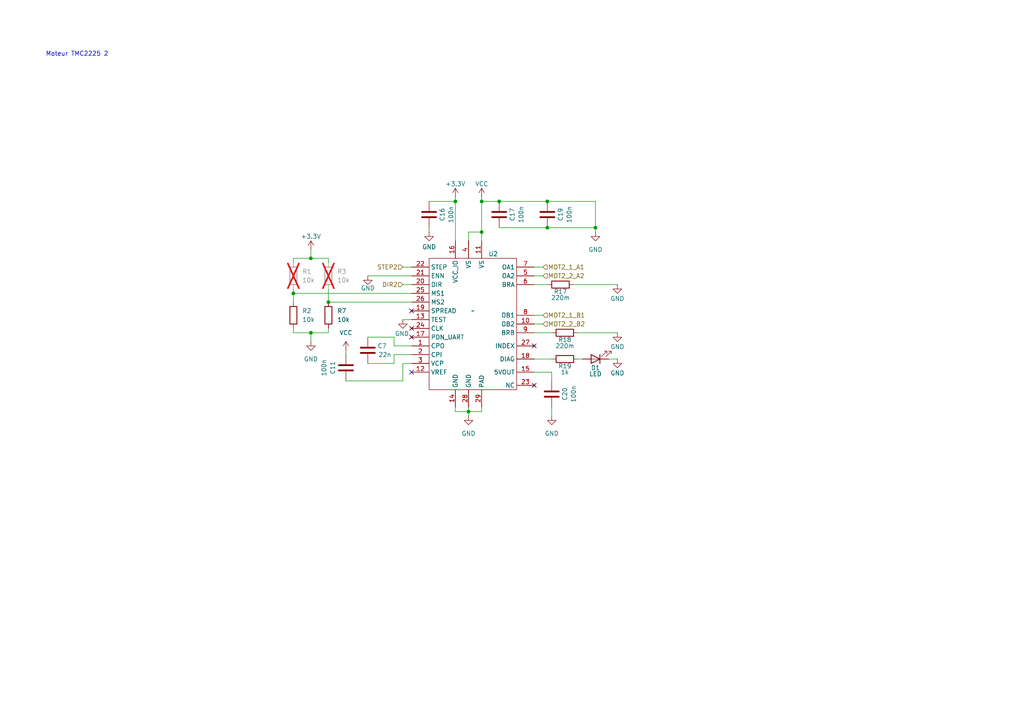
<source format=kicad_sch>
(kicad_sch
	(version 20250114)
	(generator "eeschema")
	(generator_version "9.0")
	(uuid "c18c9a1c-80d9-494e-9bd4-49eb3e76d9cc")
	(paper "A4")
	(lib_symbols
		(symbol "Device:C"
			(pin_numbers
				(hide yes)
			)
			(pin_names
				(offset 0.254)
			)
			(exclude_from_sim no)
			(in_bom yes)
			(on_board yes)
			(property "Reference" "C"
				(at 0.635 2.54 0)
				(effects
					(font
						(size 1.27 1.27)
					)
					(justify left)
				)
			)
			(property "Value" "C"
				(at 0.635 -2.54 0)
				(effects
					(font
						(size 1.27 1.27)
					)
					(justify left)
				)
			)
			(property "Footprint" ""
				(at 0.9652 -3.81 0)
				(effects
					(font
						(size 1.27 1.27)
					)
					(hide yes)
				)
			)
			(property "Datasheet" "~"
				(at 0 0 0)
				(effects
					(font
						(size 1.27 1.27)
					)
					(hide yes)
				)
			)
			(property "Description" "Unpolarized capacitor"
				(at 0 0 0)
				(effects
					(font
						(size 1.27 1.27)
					)
					(hide yes)
				)
			)
			(property "ki_keywords" "cap capacitor"
				(at 0 0 0)
				(effects
					(font
						(size 1.27 1.27)
					)
					(hide yes)
				)
			)
			(property "ki_fp_filters" "C_*"
				(at 0 0 0)
				(effects
					(font
						(size 1.27 1.27)
					)
					(hide yes)
				)
			)
			(symbol "C_0_1"
				(polyline
					(pts
						(xy -2.032 0.762) (xy 2.032 0.762)
					)
					(stroke
						(width 0.508)
						(type default)
					)
					(fill
						(type none)
					)
				)
				(polyline
					(pts
						(xy -2.032 -0.762) (xy 2.032 -0.762)
					)
					(stroke
						(width 0.508)
						(type default)
					)
					(fill
						(type none)
					)
				)
			)
			(symbol "C_1_1"
				(pin passive line
					(at 0 3.81 270)
					(length 2.794)
					(name "~"
						(effects
							(font
								(size 1.27 1.27)
							)
						)
					)
					(number "1"
						(effects
							(font
								(size 1.27 1.27)
							)
						)
					)
				)
				(pin passive line
					(at 0 -3.81 90)
					(length 2.794)
					(name "~"
						(effects
							(font
								(size 1.27 1.27)
							)
						)
					)
					(number "2"
						(effects
							(font
								(size 1.27 1.27)
							)
						)
					)
				)
			)
			(embedded_fonts no)
		)
		(symbol "Device:LED"
			(pin_numbers
				(hide yes)
			)
			(pin_names
				(offset 1.016)
				(hide yes)
			)
			(exclude_from_sim no)
			(in_bom yes)
			(on_board yes)
			(property "Reference" "D"
				(at 0 2.54 0)
				(effects
					(font
						(size 1.27 1.27)
					)
				)
			)
			(property "Value" "LED"
				(at 0 -2.54 0)
				(effects
					(font
						(size 1.27 1.27)
					)
				)
			)
			(property "Footprint" ""
				(at 0 0 0)
				(effects
					(font
						(size 1.27 1.27)
					)
					(hide yes)
				)
			)
			(property "Datasheet" "~"
				(at 0 0 0)
				(effects
					(font
						(size 1.27 1.27)
					)
					(hide yes)
				)
			)
			(property "Description" "Light emitting diode"
				(at 0 0 0)
				(effects
					(font
						(size 1.27 1.27)
					)
					(hide yes)
				)
			)
			(property "Sim.Pins" "1=K 2=A"
				(at 0 0 0)
				(effects
					(font
						(size 1.27 1.27)
					)
					(hide yes)
				)
			)
			(property "ki_keywords" "LED diode"
				(at 0 0 0)
				(effects
					(font
						(size 1.27 1.27)
					)
					(hide yes)
				)
			)
			(property "ki_fp_filters" "LED* LED_SMD:* LED_THT:*"
				(at 0 0 0)
				(effects
					(font
						(size 1.27 1.27)
					)
					(hide yes)
				)
			)
			(symbol "LED_0_1"
				(polyline
					(pts
						(xy -3.048 -0.762) (xy -4.572 -2.286) (xy -3.81 -2.286) (xy -4.572 -2.286) (xy -4.572 -1.524)
					)
					(stroke
						(width 0)
						(type default)
					)
					(fill
						(type none)
					)
				)
				(polyline
					(pts
						(xy -1.778 -0.762) (xy -3.302 -2.286) (xy -2.54 -2.286) (xy -3.302 -2.286) (xy -3.302 -1.524)
					)
					(stroke
						(width 0)
						(type default)
					)
					(fill
						(type none)
					)
				)
				(polyline
					(pts
						(xy -1.27 0) (xy 1.27 0)
					)
					(stroke
						(width 0)
						(type default)
					)
					(fill
						(type none)
					)
				)
				(polyline
					(pts
						(xy -1.27 -1.27) (xy -1.27 1.27)
					)
					(stroke
						(width 0.254)
						(type default)
					)
					(fill
						(type none)
					)
				)
				(polyline
					(pts
						(xy 1.27 -1.27) (xy 1.27 1.27) (xy -1.27 0) (xy 1.27 -1.27)
					)
					(stroke
						(width 0.254)
						(type default)
					)
					(fill
						(type none)
					)
				)
			)
			(symbol "LED_1_1"
				(pin passive line
					(at -3.81 0 0)
					(length 2.54)
					(name "K"
						(effects
							(font
								(size 1.27 1.27)
							)
						)
					)
					(number "1"
						(effects
							(font
								(size 1.27 1.27)
							)
						)
					)
				)
				(pin passive line
					(at 3.81 0 180)
					(length 2.54)
					(name "A"
						(effects
							(font
								(size 1.27 1.27)
							)
						)
					)
					(number "2"
						(effects
							(font
								(size 1.27 1.27)
							)
						)
					)
				)
			)
			(embedded_fonts no)
		)
		(symbol "Device:R"
			(pin_numbers
				(hide yes)
			)
			(pin_names
				(offset 0)
			)
			(exclude_from_sim no)
			(in_bom yes)
			(on_board yes)
			(property "Reference" "R"
				(at 2.032 0 90)
				(effects
					(font
						(size 1.27 1.27)
					)
				)
			)
			(property "Value" "R"
				(at 0 0 90)
				(effects
					(font
						(size 1.27 1.27)
					)
				)
			)
			(property "Footprint" ""
				(at -1.778 0 90)
				(effects
					(font
						(size 1.27 1.27)
					)
					(hide yes)
				)
			)
			(property "Datasheet" "~"
				(at 0 0 0)
				(effects
					(font
						(size 1.27 1.27)
					)
					(hide yes)
				)
			)
			(property "Description" "Resistor"
				(at 0 0 0)
				(effects
					(font
						(size 1.27 1.27)
					)
					(hide yes)
				)
			)
			(property "ki_keywords" "R res resistor"
				(at 0 0 0)
				(effects
					(font
						(size 1.27 1.27)
					)
					(hide yes)
				)
			)
			(property "ki_fp_filters" "R_*"
				(at 0 0 0)
				(effects
					(font
						(size 1.27 1.27)
					)
					(hide yes)
				)
			)
			(symbol "R_0_1"
				(rectangle
					(start -1.016 -2.54)
					(end 1.016 2.54)
					(stroke
						(width 0.254)
						(type default)
					)
					(fill
						(type none)
					)
				)
			)
			(symbol "R_1_1"
				(pin passive line
					(at 0 3.81 270)
					(length 1.27)
					(name "~"
						(effects
							(font
								(size 1.27 1.27)
							)
						)
					)
					(number "1"
						(effects
							(font
								(size 1.27 1.27)
							)
						)
					)
				)
				(pin passive line
					(at 0 -3.81 90)
					(length 1.27)
					(name "~"
						(effects
							(font
								(size 1.27 1.27)
							)
						)
					)
					(number "2"
						(effects
							(font
								(size 1.27 1.27)
							)
						)
					)
				)
			)
			(embedded_fonts no)
		)
		(symbol "My_Lib:TMC2225"
			(exclude_from_sim no)
			(in_bom yes)
			(on_board yes)
			(property "Reference" "U"
				(at 0 0 0)
				(effects
					(font
						(size 1.27 1.27)
					)
				)
			)
			(property "Value" ""
				(at 0 0 0)
				(effects
					(font
						(size 1.27 1.27)
					)
				)
			)
			(property "Footprint" ""
				(at 0 0 0)
				(effects
					(font
						(size 1.27 1.27)
					)
					(hide yes)
				)
			)
			(property "Datasheet" ""
				(at 0 0 0)
				(effects
					(font
						(size 1.27 1.27)
					)
					(hide yes)
				)
			)
			(property "Description" ""
				(at 0 0 0)
				(effects
					(font
						(size 1.27 1.27)
					)
					(hide yes)
				)
			)
			(symbol "TMC2225_0_0"
				(pin input line
					(at -17.78 12.7 0)
					(length 5.08)
					(name "STEP"
						(effects
							(font
								(size 1.27 1.27)
							)
						)
					)
					(number "22"
						(effects
							(font
								(size 1.27 1.27)
							)
						)
					)
				)
				(pin input line
					(at -17.78 10.16 0)
					(length 5.08)
					(name "ENN"
						(effects
							(font
								(size 1.27 1.27)
							)
						)
					)
					(number "21"
						(effects
							(font
								(size 1.27 1.27)
							)
						)
					)
				)
				(pin input line
					(at -17.78 7.62 0)
					(length 5.08)
					(name "DIR"
						(effects
							(font
								(size 1.27 1.27)
							)
						)
					)
					(number "20"
						(effects
							(font
								(size 1.27 1.27)
							)
						)
					)
				)
				(pin input line
					(at -17.78 5.08 0)
					(length 5.08)
					(name "MS1"
						(effects
							(font
								(size 1.27 1.27)
							)
						)
					)
					(number "25"
						(effects
							(font
								(size 1.27 1.27)
							)
						)
					)
				)
				(pin input line
					(at -17.78 2.54 0)
					(length 5.08)
					(name "MS2"
						(effects
							(font
								(size 1.27 1.27)
							)
						)
					)
					(number "26"
						(effects
							(font
								(size 1.27 1.27)
							)
						)
					)
				)
				(pin no_connect line
					(at -17.78 0 0)
					(length 5.08)
					(name "SPREAD"
						(effects
							(font
								(size 1.27 1.27)
							)
						)
					)
					(number "19"
						(effects
							(font
								(size 1.27 1.27)
							)
						)
					)
				)
				(pin input line
					(at -17.78 -2.54 0)
					(length 5.08)
					(name "TEST"
						(effects
							(font
								(size 1.27 1.27)
							)
						)
					)
					(number "13"
						(effects
							(font
								(size 1.27 1.27)
							)
						)
					)
				)
				(pin no_connect line
					(at -17.78 -5.08 0)
					(length 5.08)
					(name "CLK"
						(effects
							(font
								(size 1.27 1.27)
							)
						)
					)
					(number "24"
						(effects
							(font
								(size 1.27 1.27)
							)
						)
					)
				)
				(pin no_connect line
					(at -17.78 -7.62 0)
					(length 5.08)
					(name "PDN_UART"
						(effects
							(font
								(size 1.27 1.27)
							)
						)
					)
					(number "17"
						(effects
							(font
								(size 1.27 1.27)
							)
						)
					)
				)
				(pin passive line
					(at -17.78 -10.16 0)
					(length 5.08)
					(name "CPO"
						(effects
							(font
								(size 1.27 1.27)
							)
						)
					)
					(number "1"
						(effects
							(font
								(size 1.27 1.27)
							)
						)
					)
				)
				(pin passive line
					(at -17.78 -12.7 0)
					(length 5.08)
					(name "CPI"
						(effects
							(font
								(size 1.27 1.27)
							)
						)
					)
					(number "2"
						(effects
							(font
								(size 1.27 1.27)
							)
						)
					)
				)
				(pin passive line
					(at -17.78 -15.24 0)
					(length 5.08)
					(name "VCP"
						(effects
							(font
								(size 1.27 1.27)
							)
						)
					)
					(number "3"
						(effects
							(font
								(size 1.27 1.27)
							)
						)
					)
				)
				(pin input line
					(at -17.78 -17.78 0)
					(length 5.08)
					(name "VREF"
						(effects
							(font
								(size 1.27 1.27)
							)
						)
					)
					(number "12"
						(effects
							(font
								(size 1.27 1.27)
							)
						)
					)
				)
				(pin input line
					(at -5.08 20.32 270)
					(length 5.08)
					(name "VCC_IO"
						(effects
							(font
								(size 1.27 1.27)
							)
						)
					)
					(number "16"
						(effects
							(font
								(size 1.27 1.27)
							)
						)
					)
				)
				(pin input line
					(at -5.08 -27.94 90)
					(length 5.08)
					(name "GND"
						(effects
							(font
								(size 1.27 1.27)
							)
						)
					)
					(number "14"
						(effects
							(font
								(size 1.27 1.27)
							)
						)
					)
				)
				(pin input line
					(at -1.27 20.32 270)
					(length 5.08)
					(name "VS"
						(effects
							(font
								(size 1.27 1.27)
							)
						)
					)
					(number "4"
						(effects
							(font
								(size 1.27 1.27)
							)
						)
					)
				)
				(pin input line
					(at -1.27 -27.94 90)
					(length 5.08)
					(name "GND"
						(effects
							(font
								(size 1.27 1.27)
							)
						)
					)
					(number "28"
						(effects
							(font
								(size 1.27 1.27)
							)
						)
					)
				)
				(pin input line
					(at 2.54 20.32 270)
					(length 5.08)
					(name "VS"
						(effects
							(font
								(size 1.27 1.27)
							)
						)
					)
					(number "11"
						(effects
							(font
								(size 1.27 1.27)
							)
						)
					)
				)
				(pin input line
					(at 2.54 -27.94 90)
					(length 5.08)
					(name "PAD"
						(effects
							(font
								(size 1.27 1.27)
							)
						)
					)
					(number "29"
						(effects
							(font
								(size 1.27 1.27)
							)
						)
					)
				)
				(pin output line
					(at 17.78 12.7 180)
					(length 5.08)
					(name "OA1"
						(effects
							(font
								(size 1.27 1.27)
							)
						)
					)
					(number "7"
						(effects
							(font
								(size 1.27 1.27)
							)
						)
					)
				)
				(pin output line
					(at 17.78 10.16 180)
					(length 5.08)
					(name "OA2"
						(effects
							(font
								(size 1.27 1.27)
							)
						)
					)
					(number "5"
						(effects
							(font
								(size 1.27 1.27)
							)
						)
					)
				)
				(pin output line
					(at 17.78 7.62 180)
					(length 5.08)
					(name "BRA"
						(effects
							(font
								(size 1.27 1.27)
							)
						)
					)
					(number "6"
						(effects
							(font
								(size 1.27 1.27)
							)
						)
					)
				)
				(pin output line
					(at 17.78 -1.27 180)
					(length 5.08)
					(name "OB1"
						(effects
							(font
								(size 1.27 1.27)
							)
						)
					)
					(number "8"
						(effects
							(font
								(size 1.27 1.27)
							)
						)
					)
				)
				(pin output line
					(at 17.78 -3.81 180)
					(length 5.08)
					(name "OB2"
						(effects
							(font
								(size 1.27 1.27)
							)
						)
					)
					(number "10"
						(effects
							(font
								(size 1.27 1.27)
							)
						)
					)
				)
				(pin output line
					(at 17.78 -6.35 180)
					(length 5.08)
					(name "BRB"
						(effects
							(font
								(size 1.27 1.27)
							)
						)
					)
					(number "9"
						(effects
							(font
								(size 1.27 1.27)
							)
						)
					)
				)
				(pin no_connect line
					(at 17.78 -10.16 180)
					(length 5.08)
					(name "INDEX"
						(effects
							(font
								(size 1.27 1.27)
							)
						)
					)
					(number "27"
						(effects
							(font
								(size 1.27 1.27)
							)
						)
					)
				)
				(pin output line
					(at 17.78 -13.97 180)
					(length 5.08)
					(name "DIAG"
						(effects
							(font
								(size 1.27 1.27)
							)
						)
					)
					(number "18"
						(effects
							(font
								(size 1.27 1.27)
							)
						)
					)
				)
				(pin passive line
					(at 17.78 -17.78 180)
					(length 5.08)
					(name "5VOUT"
						(effects
							(font
								(size 1.27 1.27)
							)
						)
					)
					(number "15"
						(effects
							(font
								(size 1.27 1.27)
							)
						)
					)
				)
				(pin no_connect line
					(at 17.78 -21.59 180)
					(length 5.08)
					(name "NC"
						(effects
							(font
								(size 1.27 1.27)
							)
						)
					)
					(number "23"
						(effects
							(font
								(size 1.27 1.27)
							)
						)
					)
				)
			)
			(symbol "TMC2225_0_1"
				(polyline
					(pts
						(xy -12.7 15.24) (xy 12.7 15.24) (xy 12.7 -22.86) (xy -12.7 -22.86) (xy -12.7 15.24)
					)
					(stroke
						(width 0.1524)
						(type solid)
					)
					(fill
						(type none)
					)
				)
			)
			(embedded_fonts no)
		)
		(symbol "power:+3.3V"
			(power)
			(pin_numbers
				(hide yes)
			)
			(pin_names
				(offset 0)
				(hide yes)
			)
			(exclude_from_sim no)
			(in_bom yes)
			(on_board yes)
			(property "Reference" "#PWR"
				(at 0 -3.81 0)
				(effects
					(font
						(size 1.27 1.27)
					)
					(hide yes)
				)
			)
			(property "Value" "+3.3V"
				(at 0 3.556 0)
				(effects
					(font
						(size 1.27 1.27)
					)
				)
			)
			(property "Footprint" ""
				(at 0 0 0)
				(effects
					(font
						(size 1.27 1.27)
					)
					(hide yes)
				)
			)
			(property "Datasheet" ""
				(at 0 0 0)
				(effects
					(font
						(size 1.27 1.27)
					)
					(hide yes)
				)
			)
			(property "Description" "Power symbol creates a global label with name \"+3.3V\""
				(at 0 0 0)
				(effects
					(font
						(size 1.27 1.27)
					)
					(hide yes)
				)
			)
			(property "ki_keywords" "global power"
				(at 0 0 0)
				(effects
					(font
						(size 1.27 1.27)
					)
					(hide yes)
				)
			)
			(symbol "+3.3V_0_1"
				(polyline
					(pts
						(xy -0.762 1.27) (xy 0 2.54)
					)
					(stroke
						(width 0)
						(type default)
					)
					(fill
						(type none)
					)
				)
				(polyline
					(pts
						(xy 0 2.54) (xy 0.762 1.27)
					)
					(stroke
						(width 0)
						(type default)
					)
					(fill
						(type none)
					)
				)
				(polyline
					(pts
						(xy 0 0) (xy 0 2.54)
					)
					(stroke
						(width 0)
						(type default)
					)
					(fill
						(type none)
					)
				)
			)
			(symbol "+3.3V_1_1"
				(pin power_in line
					(at 0 0 90)
					(length 0)
					(name "~"
						(effects
							(font
								(size 1.27 1.27)
							)
						)
					)
					(number "1"
						(effects
							(font
								(size 1.27 1.27)
							)
						)
					)
				)
			)
			(embedded_fonts no)
		)
		(symbol "power:GND"
			(power)
			(pin_numbers
				(hide yes)
			)
			(pin_names
				(offset 0)
				(hide yes)
			)
			(exclude_from_sim no)
			(in_bom yes)
			(on_board yes)
			(property "Reference" "#PWR"
				(at 0 -6.35 0)
				(effects
					(font
						(size 1.27 1.27)
					)
					(hide yes)
				)
			)
			(property "Value" "GND"
				(at 0 -3.81 0)
				(effects
					(font
						(size 1.27 1.27)
					)
				)
			)
			(property "Footprint" ""
				(at 0 0 0)
				(effects
					(font
						(size 1.27 1.27)
					)
					(hide yes)
				)
			)
			(property "Datasheet" ""
				(at 0 0 0)
				(effects
					(font
						(size 1.27 1.27)
					)
					(hide yes)
				)
			)
			(property "Description" "Power symbol creates a global label with name \"GND\" , ground"
				(at 0 0 0)
				(effects
					(font
						(size 1.27 1.27)
					)
					(hide yes)
				)
			)
			(property "ki_keywords" "global power"
				(at 0 0 0)
				(effects
					(font
						(size 1.27 1.27)
					)
					(hide yes)
				)
			)
			(symbol "GND_0_1"
				(polyline
					(pts
						(xy 0 0) (xy 0 -1.27) (xy 1.27 -1.27) (xy 0 -2.54) (xy -1.27 -1.27) (xy 0 -1.27)
					)
					(stroke
						(width 0)
						(type default)
					)
					(fill
						(type none)
					)
				)
			)
			(symbol "GND_1_1"
				(pin power_in line
					(at 0 0 270)
					(length 0)
					(name "~"
						(effects
							(font
								(size 1.27 1.27)
							)
						)
					)
					(number "1"
						(effects
							(font
								(size 1.27 1.27)
							)
						)
					)
				)
			)
			(embedded_fonts no)
		)
		(symbol "power:VCC"
			(power)
			(pin_numbers
				(hide yes)
			)
			(pin_names
				(offset 0)
				(hide yes)
			)
			(exclude_from_sim no)
			(in_bom yes)
			(on_board yes)
			(property "Reference" "#PWR"
				(at 0 -3.81 0)
				(effects
					(font
						(size 1.27 1.27)
					)
					(hide yes)
				)
			)
			(property "Value" "VCC"
				(at 0 3.556 0)
				(effects
					(font
						(size 1.27 1.27)
					)
				)
			)
			(property "Footprint" ""
				(at 0 0 0)
				(effects
					(font
						(size 1.27 1.27)
					)
					(hide yes)
				)
			)
			(property "Datasheet" ""
				(at 0 0 0)
				(effects
					(font
						(size 1.27 1.27)
					)
					(hide yes)
				)
			)
			(property "Description" "Power symbol creates a global label with name \"VCC\""
				(at 0 0 0)
				(effects
					(font
						(size 1.27 1.27)
					)
					(hide yes)
				)
			)
			(property "ki_keywords" "global power"
				(at 0 0 0)
				(effects
					(font
						(size 1.27 1.27)
					)
					(hide yes)
				)
			)
			(symbol "VCC_0_1"
				(polyline
					(pts
						(xy -0.762 1.27) (xy 0 2.54)
					)
					(stroke
						(width 0)
						(type default)
					)
					(fill
						(type none)
					)
				)
				(polyline
					(pts
						(xy 0 2.54) (xy 0.762 1.27)
					)
					(stroke
						(width 0)
						(type default)
					)
					(fill
						(type none)
					)
				)
				(polyline
					(pts
						(xy 0 0) (xy 0 2.54)
					)
					(stroke
						(width 0)
						(type default)
					)
					(fill
						(type none)
					)
				)
			)
			(symbol "VCC_1_1"
				(pin power_in line
					(at 0 0 90)
					(length 0)
					(name "~"
						(effects
							(font
								(size 1.27 1.27)
							)
						)
					)
					(number "1"
						(effects
							(font
								(size 1.27 1.27)
							)
						)
					)
				)
			)
			(embedded_fonts no)
		)
	)
	(text "Moteur TMC2225 2"
		(exclude_from_sim no)
		(at 22.352 15.748 0)
		(effects
			(font
				(size 1.27 1.27)
			)
		)
		(uuid "700135d2-e3cf-416d-afea-85b00551f44d")
	)
	(junction
		(at 132.08 58.42)
		(diameter 0)
		(color 0 0 0 0)
		(uuid "13677ce1-ad3b-4983-8565-ab0d187e717c")
	)
	(junction
		(at 158.75 66.04)
		(diameter 0)
		(color 0 0 0 0)
		(uuid "162dbbeb-fcc2-4ee6-857e-7211bb53f8dc")
	)
	(junction
		(at 139.7 67.31)
		(diameter 0)
		(color 0 0 0 0)
		(uuid "571e0e19-d83b-4584-9e19-623f0dd23366")
	)
	(junction
		(at 90.17 96.52)
		(diameter 0)
		(color 0 0 0 0)
		(uuid "7bb57a43-3767-4bfc-b89f-7a3e41c79895")
	)
	(junction
		(at 172.72 66.04)
		(diameter 0)
		(color 0 0 0 0)
		(uuid "84cec427-38d4-4b02-845e-9e214ea1d6ae")
	)
	(junction
		(at 85.09 85.09)
		(diameter 0)
		(color 0 0 0 0)
		(uuid "8f9a064d-3125-460e-b3da-46721409b905")
	)
	(junction
		(at 144.78 58.42)
		(diameter 0)
		(color 0 0 0 0)
		(uuid "9ccb8a00-0cf6-49e0-8e17-a72f6c6f249f")
	)
	(junction
		(at 95.25 87.63)
		(diameter 0)
		(color 0 0 0 0)
		(uuid "a597e19a-a4d5-43fd-9b13-c54c2dd69464")
	)
	(junction
		(at 135.89 119.38)
		(diameter 0)
		(color 0 0 0 0)
		(uuid "b06b9b55-4690-49e2-a7b0-de4cf85d92af")
	)
	(junction
		(at 90.17 74.93)
		(diameter 0)
		(color 0 0 0 0)
		(uuid "c42f134d-18f2-4374-9d25-8d6035ccd961")
	)
	(junction
		(at 139.7 58.42)
		(diameter 0)
		(color 0 0 0 0)
		(uuid "ce8d6df1-ec20-497c-ab8f-d4656c40c0a0")
	)
	(junction
		(at 158.75 58.42)
		(diameter 0)
		(color 0 0 0 0)
		(uuid "ea128a29-df5f-4915-82f7-52f0f7c6c2c4")
	)
	(no_connect
		(at 119.38 107.95)
		(uuid "024ed8b9-91b0-49b5-bcbc-96e82a24563a")
	)
	(no_connect
		(at 119.38 95.25)
		(uuid "49553573-59bc-43de-aa0b-555528459717")
	)
	(no_connect
		(at 154.94 100.33)
		(uuid "88d8914f-f93d-4fdb-aa22-ea401f26835b")
	)
	(no_connect
		(at 119.38 90.17)
		(uuid "a05a239f-7af5-4d54-a6b4-1580d2c07ca1")
	)
	(no_connect
		(at 154.94 111.76)
		(uuid "b1927928-71e2-45f2-9a06-11059cdfce4c")
	)
	(no_connect
		(at 119.38 97.79)
		(uuid "c355a571-aa65-4d32-8274-a8554de5a25e")
	)
	(wire
		(pts
			(xy 166.37 82.55) (xy 179.07 82.55)
		)
		(stroke
			(width 0)
			(type default)
		)
		(uuid "069d49c0-9e17-4d76-a014-a4a3fc1f34bb")
	)
	(wire
		(pts
			(xy 114.3 100.33) (xy 114.3 97.79)
		)
		(stroke
			(width 0)
			(type default)
		)
		(uuid "08a46eb4-239a-4df1-b12d-064badbbcdf4")
	)
	(wire
		(pts
			(xy 154.94 80.01) (xy 157.48 80.01)
		)
		(stroke
			(width 0)
			(type default)
		)
		(uuid "0c47cba7-f821-4681-ba4f-a25e1d6018d7")
	)
	(wire
		(pts
			(xy 100.33 110.49) (xy 116.84 110.49)
		)
		(stroke
			(width 0)
			(type default)
		)
		(uuid "1718ef6f-eb76-4678-a598-33406d413de9")
	)
	(wire
		(pts
			(xy 119.38 102.87) (xy 114.3 102.87)
		)
		(stroke
			(width 0)
			(type default)
		)
		(uuid "17413261-98a7-4cd3-bc3a-cb2445b6c9f8")
	)
	(wire
		(pts
			(xy 154.94 93.98) (xy 157.48 93.98)
		)
		(stroke
			(width 0)
			(type default)
		)
		(uuid "178e0eb7-1c43-4a94-8a4d-97d63341a061")
	)
	(wire
		(pts
			(xy 139.7 57.15) (xy 139.7 58.42)
		)
		(stroke
			(width 0)
			(type default)
		)
		(uuid "18bf03b6-daf3-4d93-aae5-76b5bc78699e")
	)
	(wire
		(pts
			(xy 90.17 74.93) (xy 95.25 74.93)
		)
		(stroke
			(width 0)
			(type default)
		)
		(uuid "1d507456-60c3-4a15-a39e-45f6931c4aa7")
	)
	(wire
		(pts
			(xy 135.89 69.85) (xy 135.89 67.31)
		)
		(stroke
			(width 0)
			(type default)
		)
		(uuid "1e62e78f-df35-4b41-8860-a09929201a6f")
	)
	(wire
		(pts
			(xy 132.08 57.15) (xy 132.08 58.42)
		)
		(stroke
			(width 0)
			(type default)
		)
		(uuid "20a58866-e12c-4376-9c8d-9da60bd77f16")
	)
	(wire
		(pts
			(xy 119.38 80.01) (xy 106.68 80.01)
		)
		(stroke
			(width 0)
			(type default)
		)
		(uuid "28d08bc5-8e0a-4d6d-8501-91046120a0c6")
	)
	(wire
		(pts
			(xy 154.94 77.47) (xy 157.48 77.47)
		)
		(stroke
			(width 0)
			(type default)
		)
		(uuid "28e294ea-b09d-48ae-951f-e20c30ff17b0")
	)
	(wire
		(pts
			(xy 172.72 67.31) (xy 172.72 66.04)
		)
		(stroke
			(width 0)
			(type default)
		)
		(uuid "2b08a2ac-6a20-4f27-9a89-b6559ed98504")
	)
	(wire
		(pts
			(xy 154.94 96.52) (xy 160.02 96.52)
		)
		(stroke
			(width 0)
			(type default)
		)
		(uuid "33b342c1-037d-4941-a8bc-f4f6bdd0c740")
	)
	(wire
		(pts
			(xy 85.09 83.82) (xy 85.09 85.09)
		)
		(stroke
			(width 0)
			(type default)
		)
		(uuid "35c050ae-58b7-4d66-8b79-f766dc239c66")
	)
	(wire
		(pts
			(xy 167.64 104.14) (xy 168.91 104.14)
		)
		(stroke
			(width 0)
			(type default)
		)
		(uuid "35db00d6-df0a-480b-8a55-a24a9e56e785")
	)
	(wire
		(pts
			(xy 167.64 96.52) (xy 179.07 96.52)
		)
		(stroke
			(width 0)
			(type default)
		)
		(uuid "38a75d25-5837-44cb-a1ea-c747e9d8711d")
	)
	(wire
		(pts
			(xy 154.94 91.44) (xy 157.48 91.44)
		)
		(stroke
			(width 0)
			(type default)
		)
		(uuid "42064369-b732-4fa6-a2a4-5d5d6af3a018")
	)
	(wire
		(pts
			(xy 119.38 100.33) (xy 114.3 100.33)
		)
		(stroke
			(width 0)
			(type default)
		)
		(uuid "46af42b6-80d8-46fe-9b9a-0690a19f78b4")
	)
	(wire
		(pts
			(xy 116.84 105.41) (xy 119.38 105.41)
		)
		(stroke
			(width 0)
			(type default)
		)
		(uuid "46d654af-5d36-4c5c-9e33-d38b874ecb1a")
	)
	(wire
		(pts
			(xy 172.72 58.42) (xy 172.72 66.04)
		)
		(stroke
			(width 0)
			(type default)
		)
		(uuid "4bd25c9c-c0a8-446d-9d3f-675b9de09639")
	)
	(wire
		(pts
			(xy 90.17 96.52) (xy 90.17 99.06)
		)
		(stroke
			(width 0)
			(type default)
		)
		(uuid "4fe05595-bd89-45a2-b1ab-bc18141bf0b2")
	)
	(wire
		(pts
			(xy 90.17 96.52) (xy 95.25 96.52)
		)
		(stroke
			(width 0)
			(type default)
		)
		(uuid "50be8c3b-400e-4c24-b8f1-1db86ccbb4ef")
	)
	(wire
		(pts
			(xy 139.7 67.31) (xy 139.7 69.85)
		)
		(stroke
			(width 0)
			(type default)
		)
		(uuid "5a15ed29-7d8f-4c3a-9d13-6252b5e045d0")
	)
	(wire
		(pts
			(xy 139.7 58.42) (xy 144.78 58.42)
		)
		(stroke
			(width 0)
			(type default)
		)
		(uuid "5bc343bf-d0b6-4669-ab65-c0a5b03472c1")
	)
	(wire
		(pts
			(xy 160.02 107.95) (xy 160.02 110.49)
		)
		(stroke
			(width 0)
			(type default)
		)
		(uuid "6420d582-4c73-43d2-a6a7-1b79ecab6058")
	)
	(wire
		(pts
			(xy 135.89 67.31) (xy 139.7 67.31)
		)
		(stroke
			(width 0)
			(type default)
		)
		(uuid "65fb982b-59cf-46f7-ae59-ad776e6fe2fb")
	)
	(wire
		(pts
			(xy 114.3 102.87) (xy 114.3 105.41)
		)
		(stroke
			(width 0)
			(type default)
		)
		(uuid "6a3269c4-0787-433f-9d69-409df6e97fc7")
	)
	(wire
		(pts
			(xy 116.84 92.71) (xy 119.38 92.71)
		)
		(stroke
			(width 0)
			(type default)
		)
		(uuid "6cc14d0b-9786-4bde-8836-8445572365dc")
	)
	(wire
		(pts
			(xy 85.09 95.25) (xy 85.09 96.52)
		)
		(stroke
			(width 0)
			(type default)
		)
		(uuid "6dfeb7a2-599b-454c-8bef-3549f64b8dca")
	)
	(wire
		(pts
			(xy 132.08 118.11) (xy 132.08 119.38)
		)
		(stroke
			(width 0)
			(type default)
		)
		(uuid "77b35550-9611-4698-a7e8-efc98ffa3352")
	)
	(wire
		(pts
			(xy 135.89 119.38) (xy 135.89 120.65)
		)
		(stroke
			(width 0)
			(type default)
		)
		(uuid "7c77bc8d-930a-4511-9abb-c83dbc79e8c1")
	)
	(wire
		(pts
			(xy 85.09 85.09) (xy 119.38 85.09)
		)
		(stroke
			(width 0)
			(type default)
		)
		(uuid "7f9d7ac0-bfcc-489b-b23c-f51d3491ebda")
	)
	(wire
		(pts
			(xy 95.25 74.93) (xy 95.25 76.2)
		)
		(stroke
			(width 0)
			(type default)
		)
		(uuid "8078ebb0-f08f-4446-9617-1d4c67f38f21")
	)
	(wire
		(pts
			(xy 95.25 83.82) (xy 95.25 87.63)
		)
		(stroke
			(width 0)
			(type default)
		)
		(uuid "80bab74e-599c-46f9-8b07-e223e61d612f")
	)
	(wire
		(pts
			(xy 116.84 77.47) (xy 119.38 77.47)
		)
		(stroke
			(width 0)
			(type default)
		)
		(uuid "816bf4a7-5474-4fcf-be11-72be18cd3458")
	)
	(wire
		(pts
			(xy 95.25 87.63) (xy 119.38 87.63)
		)
		(stroke
			(width 0)
			(type default)
		)
		(uuid "85bec388-4619-4ef8-8016-24786bf4337f")
	)
	(wire
		(pts
			(xy 116.84 110.49) (xy 116.84 105.41)
		)
		(stroke
			(width 0)
			(type default)
		)
		(uuid "874deedc-ff4c-4d8c-aa60-e9f1afc5eff8")
	)
	(wire
		(pts
			(xy 135.89 119.38) (xy 139.7 119.38)
		)
		(stroke
			(width 0)
			(type default)
		)
		(uuid "888ae7be-a9ce-4138-898d-e8d4ae28730d")
	)
	(wire
		(pts
			(xy 158.75 58.42) (xy 172.72 58.42)
		)
		(stroke
			(width 0)
			(type default)
		)
		(uuid "9267a351-29c5-41ff-b4c4-2309e1648583")
	)
	(wire
		(pts
			(xy 144.78 66.04) (xy 158.75 66.04)
		)
		(stroke
			(width 0)
			(type default)
		)
		(uuid "995d83a9-28f9-4de9-8f64-1597175e2a92")
	)
	(wire
		(pts
			(xy 154.94 104.14) (xy 160.02 104.14)
		)
		(stroke
			(width 0)
			(type default)
		)
		(uuid "9e5ae359-7118-4fc9-bcbb-d0a10435b4dd")
	)
	(wire
		(pts
			(xy 144.78 58.42) (xy 158.75 58.42)
		)
		(stroke
			(width 0)
			(type default)
		)
		(uuid "9f1d5cd1-a6a6-4c1d-bcf2-eb49727d64bd")
	)
	(wire
		(pts
			(xy 124.46 67.31) (xy 124.46 66.04)
		)
		(stroke
			(width 0)
			(type default)
		)
		(uuid "a0734da4-1063-4507-8ce7-c5413c80c050")
	)
	(wire
		(pts
			(xy 176.53 104.14) (xy 179.07 104.14)
		)
		(stroke
			(width 0)
			(type default)
		)
		(uuid "a8e4cd6f-4314-41ee-bf34-738f792bc0ed")
	)
	(wire
		(pts
			(xy 106.68 97.79) (xy 114.3 97.79)
		)
		(stroke
			(width 0)
			(type default)
		)
		(uuid "b0c46e16-1e21-42f0-bd88-c08ec0115123")
	)
	(wire
		(pts
			(xy 85.09 74.93) (xy 85.09 76.2)
		)
		(stroke
			(width 0)
			(type default)
		)
		(uuid "b45f8a11-c931-4e94-a55c-a2d0bc638db0")
	)
	(wire
		(pts
			(xy 124.46 58.42) (xy 132.08 58.42)
		)
		(stroke
			(width 0)
			(type default)
		)
		(uuid "b4fcac00-c6fc-4050-ba21-deee03e899fb")
	)
	(wire
		(pts
			(xy 90.17 74.93) (xy 85.09 74.93)
		)
		(stroke
			(width 0)
			(type default)
		)
		(uuid "b6a17c0d-c714-4203-b028-5523c15c4667")
	)
	(wire
		(pts
			(xy 132.08 119.38) (xy 135.89 119.38)
		)
		(stroke
			(width 0)
			(type default)
		)
		(uuid "b88a624b-316c-499c-b1b3-bcdf3df71146")
	)
	(wire
		(pts
			(xy 95.25 95.25) (xy 95.25 96.52)
		)
		(stroke
			(width 0)
			(type default)
		)
		(uuid "c01ece0f-ca90-4c9e-8229-33d093974a61")
	)
	(wire
		(pts
			(xy 85.09 85.09) (xy 85.09 87.63)
		)
		(stroke
			(width 0)
			(type default)
		)
		(uuid "c146f86c-8ba0-4c11-96d0-de213f0cba12")
	)
	(wire
		(pts
			(xy 85.09 96.52) (xy 90.17 96.52)
		)
		(stroke
			(width 0)
			(type default)
		)
		(uuid "c202add3-58ef-4212-a29c-5f3b3ae4cdd6")
	)
	(wire
		(pts
			(xy 154.94 107.95) (xy 160.02 107.95)
		)
		(stroke
			(width 0)
			(type default)
		)
		(uuid "c7a33eec-6a04-4f4c-8e9b-e69412a221a9")
	)
	(wire
		(pts
			(xy 139.7 118.11) (xy 139.7 119.38)
		)
		(stroke
			(width 0)
			(type default)
		)
		(uuid "cf1a48c5-4b81-4ee6-8c6c-befe42f9dd4b")
	)
	(wire
		(pts
			(xy 160.02 118.11) (xy 160.02 120.65)
		)
		(stroke
			(width 0)
			(type default)
		)
		(uuid "d025e224-f6ce-4254-a9ab-e6d739a620ba")
	)
	(wire
		(pts
			(xy 100.33 101.6) (xy 100.33 102.87)
		)
		(stroke
			(width 0)
			(type default)
		)
		(uuid "d1371816-95e9-4f41-81fb-cd87cbf1623d")
	)
	(wire
		(pts
			(xy 139.7 58.42) (xy 139.7 67.31)
		)
		(stroke
			(width 0)
			(type default)
		)
		(uuid "db6561a2-b3cd-491d-afde-48d49a6c527c")
	)
	(wire
		(pts
			(xy 116.84 82.55) (xy 119.38 82.55)
		)
		(stroke
			(width 0)
			(type default)
		)
		(uuid "e14c67fd-3942-49e6-9160-f01c2df24bc3")
	)
	(wire
		(pts
			(xy 132.08 58.42) (xy 132.08 69.85)
		)
		(stroke
			(width 0)
			(type default)
		)
		(uuid "e1cff0f5-a7f8-4f4b-b70a-e507fc1b8a1a")
	)
	(wire
		(pts
			(xy 114.3 105.41) (xy 106.68 105.41)
		)
		(stroke
			(width 0)
			(type default)
		)
		(uuid "f7f2cfd5-8a9c-4758-8e2c-506121e42628")
	)
	(wire
		(pts
			(xy 158.75 66.04) (xy 172.72 66.04)
		)
		(stroke
			(width 0)
			(type default)
		)
		(uuid "f8d1de02-e7b9-41b8-be99-d4f0bdfc3ccd")
	)
	(wire
		(pts
			(xy 154.94 82.55) (xy 158.75 82.55)
		)
		(stroke
			(width 0)
			(type default)
		)
		(uuid "fc54a6de-e1dc-47e2-839f-8f21dfae5f2f")
	)
	(wire
		(pts
			(xy 135.89 118.11) (xy 135.89 119.38)
		)
		(stroke
			(width 0)
			(type default)
		)
		(uuid "fe7866ad-3839-4bb6-8ce6-fd39d785d827")
	)
	(wire
		(pts
			(xy 90.17 74.93) (xy 90.17 72.39)
		)
		(stroke
			(width 0)
			(type default)
		)
		(uuid "ffd697ee-6ca5-4014-acf8-800e6d57a142")
	)
	(hierarchical_label "MOT2_1_A1"
		(shape input)
		(at 157.48 77.47 0)
		(effects
			(font
				(size 1.27 1.27)
			)
			(justify left)
		)
		(uuid "02042e32-8c0c-4d5b-86c9-d7abdd89a990")
	)
	(hierarchical_label "MOT2_2_A2"
		(shape input)
		(at 157.48 80.01 0)
		(effects
			(font
				(size 1.27 1.27)
			)
			(justify left)
		)
		(uuid "062d74f5-5290-4d5c-a740-f7afaa43707e")
	)
	(hierarchical_label "STEP2"
		(shape input)
		(at 116.84 77.47 180)
		(effects
			(font
				(size 1.27 1.27)
			)
			(justify right)
		)
		(uuid "20c53510-6f8e-428b-8722-afa5dbf97b81")
	)
	(hierarchical_label "MOT2_2_B2"
		(shape input)
		(at 157.48 93.98 0)
		(effects
			(font
				(size 1.27 1.27)
			)
			(justify left)
		)
		(uuid "4004bf73-3bed-4c77-afe3-4895e6dcf056")
	)
	(hierarchical_label "DIR2"
		(shape input)
		(at 116.84 82.55 180)
		(effects
			(font
				(size 1.27 1.27)
			)
			(justify right)
		)
		(uuid "91170a7d-6a13-405a-afb8-07f9d1627314")
	)
	(hierarchical_label "MOT2_1_B1"
		(shape input)
		(at 157.48 91.44 0)
		(effects
			(font
				(size 1.27 1.27)
			)
			(justify left)
		)
		(uuid "c6ce2557-ccc4-462d-949b-f2fa4b80818e")
	)
	(symbol
		(lib_id "My_Lib:TMC2225")
		(at 137.16 90.17 0)
		(unit 1)
		(exclude_from_sim no)
		(in_bom yes)
		(on_board yes)
		(dnp no)
		(uuid "021613c8-8f44-416c-9bb6-def447b36cf1")
		(property "Reference" "U2"
			(at 141.6559 73.66 0)
			(effects
				(font
					(size 1.27 1.27)
				)
				(justify left)
			)
		)
		(property "Value" "~"
			(at 137.16 90.17 0)
			(effects
				(font
					(size 1.27 1.27)
				)
			)
		)
		(property "Footprint" "Package_SO:HTSSOP-28-1EP_4.4x9.7mm_P0.65mm_EP2.85x5.4mm_ThermalVias"
			(at 137.16 90.17 0)
			(effects
				(font
					(size 1.27 1.27)
				)
				(hide yes)
			)
		)
		(property "Datasheet" ""
			(at 137.16 90.17 0)
			(effects
				(font
					(size 1.27 1.27)
				)
				(hide yes)
			)
		)
		(property "Description" ""
			(at 137.16 90.17 0)
			(effects
				(font
					(size 1.27 1.27)
				)
			)
		)
		(pin "1"
			(uuid "fafa7458-7c79-4edf-bd6f-72d6149663d3")
		)
		(pin "10"
			(uuid "d0172ce3-1683-4975-9200-7e8bca465175")
		)
		(pin "11"
			(uuid "ec26de7a-4d49-4a1f-b1b8-eafc4cbf9f9b")
		)
		(pin "12"
			(uuid "d06751bc-7cb7-4c0a-8a92-32e6f1314fae")
		)
		(pin "13"
			(uuid "72c1a385-85f8-49dd-b910-ada25aa91a0f")
		)
		(pin "14"
			(uuid "37e4e3b5-3f90-439a-8dbb-8db24537b57f")
		)
		(pin "15"
			(uuid "59ad85d4-f028-4581-a475-6fa53c6e4bbf")
		)
		(pin "16"
			(uuid "ac3ca2ae-42fb-40d2-b9bf-980e438ea32a")
		)
		(pin "17"
			(uuid "4f2a37e8-5c85-41e9-8b4d-d0fcd884bab9")
		)
		(pin "18"
			(uuid "7f916d16-ec65-4275-b206-f91c21936943")
		)
		(pin "19"
			(uuid "27f0fe2a-2851-4150-83b3-c17fac29b7fc")
		)
		(pin "2"
			(uuid "e8e479bd-b515-4717-915e-9512cfce17cb")
		)
		(pin "20"
			(uuid "3c4e6957-8503-4a00-9a98-e55928003d99")
		)
		(pin "21"
			(uuid "5171d6b4-59a3-4623-9b35-39fc527a9b24")
		)
		(pin "22"
			(uuid "24be2449-3f4c-440a-b223-938cac435046")
		)
		(pin "23"
			(uuid "191dfc47-7042-4e21-a452-bfa4e387e71a")
		)
		(pin "24"
			(uuid "1f33968f-5815-48b2-8fe4-2903c6804af4")
		)
		(pin "25"
			(uuid "afdfb9e5-412d-4876-988d-f64cebeee780")
		)
		(pin "26"
			(uuid "fc3b1d7c-d42b-4e61-a211-dc38c018b3ad")
		)
		(pin "27"
			(uuid "13539a6e-f5da-47bd-993f-ecf51b2c4cee")
		)
		(pin "28"
			(uuid "5ce11dae-70cb-4970-a9ff-4bdb33d7a6b8")
		)
		(pin "29"
			(uuid "01e6346a-0120-42f9-b638-73f2001c9215")
		)
		(pin "3"
			(uuid "42679416-7db3-4288-96a9-1610bd49be8f")
		)
		(pin "4"
			(uuid "21f2c07b-1ae0-44f5-a961-d68a97f26310")
		)
		(pin "5"
			(uuid "dfe155dc-5846-422a-8778-a9d30af02661")
		)
		(pin "6"
			(uuid "bd432106-c21c-438f-84af-2f46c7aac089")
		)
		(pin "7"
			(uuid "bed114d8-c5c1-4fc5-be49-d7648cc64f51")
		)
		(pin "8"
			(uuid "344674a1-1830-4dad-a3f7-6ce339e0c95f")
		)
		(pin "9"
			(uuid "2b8bc528-39b3-4b3e-9c1a-e1d4e190c6cf")
		)
		(instances
			(project "Projet 6 KICAD CLS COMPLET"
				(path "/917aa03c-3980-4eba-8700-b55c1cb55f0b/a5695271-11ee-4737-bea3-63f27449d81d"
					(reference "U2")
					(unit 1)
				)
			)
		)
	)
	(symbol
		(lib_id "Device:R")
		(at 95.25 80.01 0)
		(unit 1)
		(exclude_from_sim no)
		(in_bom yes)
		(on_board yes)
		(dnp yes)
		(fields_autoplaced yes)
		(uuid "07d71753-0cf6-4ae0-b52f-56ab97169d7e")
		(property "Reference" "R3"
			(at 97.79 78.7399 0)
			(effects
				(font
					(size 1.27 1.27)
				)
				(justify left)
			)
		)
		(property "Value" "10k"
			(at 97.79 81.2799 0)
			(effects
				(font
					(size 1.27 1.27)
				)
				(justify left)
			)
		)
		(property "Footprint" "Resistor_SMD:R_0603_1608Metric"
			(at 93.472 80.01 90)
			(effects
				(font
					(size 1.27 1.27)
				)
				(hide yes)
			)
		)
		(property "Datasheet" "~"
			(at 95.25 80.01 0)
			(effects
				(font
					(size 1.27 1.27)
				)
				(hide yes)
			)
		)
		(property "Description" ""
			(at 95.25 80.01 0)
			(effects
				(font
					(size 1.27 1.27)
				)
			)
		)
		(pin "1"
			(uuid "c3e0c218-f126-4885-ace5-a65690434ee7")
		)
		(pin "2"
			(uuid "ca386df7-2ca8-4f98-9b22-6956ef3258d8")
		)
		(instances
			(project "Projet 6 KICAD CLS COMPLET"
				(path "/917aa03c-3980-4eba-8700-b55c1cb55f0b/a5695271-11ee-4737-bea3-63f27449d81d"
					(reference "R3")
					(unit 1)
				)
			)
		)
	)
	(symbol
		(lib_id "power:+3.3V")
		(at 90.17 72.39 0)
		(unit 1)
		(exclude_from_sim no)
		(in_bom yes)
		(on_board yes)
		(dnp no)
		(fields_autoplaced yes)
		(uuid "1689c068-af61-4774-ae9a-54c9f9ca72c0")
		(property "Reference" "#PWR043"
			(at 90.17 76.2 0)
			(effects
				(font
					(size 1.27 1.27)
				)
				(hide yes)
			)
		)
		(property "Value" "+3.3V"
			(at 90.17 68.58 0)
			(effects
				(font
					(size 1.27 1.27)
				)
			)
		)
		(property "Footprint" ""
			(at 90.17 72.39 0)
			(effects
				(font
					(size 1.27 1.27)
				)
				(hide yes)
			)
		)
		(property "Datasheet" ""
			(at 90.17 72.39 0)
			(effects
				(font
					(size 1.27 1.27)
				)
				(hide yes)
			)
		)
		(property "Description" ""
			(at 90.17 72.39 0)
			(effects
				(font
					(size 1.27 1.27)
				)
			)
		)
		(pin "1"
			(uuid "4b71a541-dc7e-48a9-b8f8-0b3de1dbe35e")
		)
		(instances
			(project "Projet 6 KICAD CLS COMPLET"
				(path "/917aa03c-3980-4eba-8700-b55c1cb55f0b/a5695271-11ee-4737-bea3-63f27449d81d"
					(reference "#PWR043")
					(unit 1)
				)
			)
		)
	)
	(symbol
		(lib_id "power:GND")
		(at 116.84 92.71 0)
		(unit 1)
		(exclude_from_sim no)
		(in_bom yes)
		(on_board yes)
		(dnp no)
		(uuid "28341f8a-c660-4eed-805a-ae94df6fb93c")
		(property "Reference" "#PWR046"
			(at 116.84 99.06 0)
			(effects
				(font
					(size 1.27 1.27)
				)
				(hide yes)
			)
		)
		(property "Value" "GND"
			(at 116.586 96.774 0)
			(effects
				(font
					(size 1.27 1.27)
				)
			)
		)
		(property "Footprint" ""
			(at 116.84 92.71 0)
			(effects
				(font
					(size 1.27 1.27)
				)
				(hide yes)
			)
		)
		(property "Datasheet" ""
			(at 116.84 92.71 0)
			(effects
				(font
					(size 1.27 1.27)
				)
				(hide yes)
			)
		)
		(property "Description" ""
			(at 116.84 92.71 0)
			(effects
				(font
					(size 1.27 1.27)
				)
			)
		)
		(pin "1"
			(uuid "37256c06-6d61-4777-95c0-c8201c797432")
		)
		(instances
			(project "Projet 6 KICAD CLS COMPLET"
				(path "/917aa03c-3980-4eba-8700-b55c1cb55f0b/a5695271-11ee-4737-bea3-63f27449d81d"
					(reference "#PWR046")
					(unit 1)
				)
			)
		)
	)
	(symbol
		(lib_id "power:GND")
		(at 135.89 120.65 0)
		(unit 1)
		(exclude_from_sim no)
		(in_bom yes)
		(on_board yes)
		(dnp no)
		(fields_autoplaced yes)
		(uuid "28873d7f-43d1-4066-a5ac-e5493dbcb7ee")
		(property "Reference" "#PWR049"
			(at 135.89 127 0)
			(effects
				(font
					(size 1.27 1.27)
				)
				(hide yes)
			)
		)
		(property "Value" "GND"
			(at 135.89 125.73 0)
			(effects
				(font
					(size 1.27 1.27)
				)
			)
		)
		(property "Footprint" ""
			(at 135.89 120.65 0)
			(effects
				(font
					(size 1.27 1.27)
				)
				(hide yes)
			)
		)
		(property "Datasheet" ""
			(at 135.89 120.65 0)
			(effects
				(font
					(size 1.27 1.27)
				)
				(hide yes)
			)
		)
		(property "Description" ""
			(at 135.89 120.65 0)
			(effects
				(font
					(size 1.27 1.27)
				)
			)
		)
		(pin "1"
			(uuid "067b840e-9436-4d57-9b66-2d0fede76e35")
		)
		(instances
			(project "Projet 6 KICAD CLS COMPLET"
				(path "/917aa03c-3980-4eba-8700-b55c1cb55f0b/a5695271-11ee-4737-bea3-63f27449d81d"
					(reference "#PWR049")
					(unit 1)
				)
			)
		)
	)
	(symbol
		(lib_id "power:GND")
		(at 179.07 104.14 0)
		(unit 1)
		(exclude_from_sim no)
		(in_bom yes)
		(on_board yes)
		(dnp no)
		(uuid "33e0245f-e10d-4737-8daa-59d7c54ae1f1")
		(property "Reference" "#PWR061"
			(at 179.07 110.49 0)
			(effects
				(font
					(size 1.27 1.27)
				)
				(hide yes)
			)
		)
		(property "Value" "GND"
			(at 179.07 108.204 0)
			(effects
				(font
					(size 1.27 1.27)
				)
			)
		)
		(property "Footprint" ""
			(at 179.07 104.14 0)
			(effects
				(font
					(size 1.27 1.27)
				)
				(hide yes)
			)
		)
		(property "Datasheet" ""
			(at 179.07 104.14 0)
			(effects
				(font
					(size 1.27 1.27)
				)
				(hide yes)
			)
		)
		(property "Description" ""
			(at 179.07 104.14 0)
			(effects
				(font
					(size 1.27 1.27)
				)
			)
		)
		(pin "1"
			(uuid "19aef14e-a1af-4a7d-b182-f66cf01cd1c8")
		)
		(instances
			(project "Projet 6 KICAD CLS COMPLET"
				(path "/917aa03c-3980-4eba-8700-b55c1cb55f0b/a5695271-11ee-4737-bea3-63f27449d81d"
					(reference "#PWR061")
					(unit 1)
				)
			)
		)
	)
	(symbol
		(lib_id "power:GND")
		(at 179.07 82.55 0)
		(unit 1)
		(exclude_from_sim no)
		(in_bom yes)
		(on_board yes)
		(dnp no)
		(uuid "3a600287-7116-4461-8acc-64288718a511")
		(property "Reference" "#PWR059"
			(at 179.07 88.9 0)
			(effects
				(font
					(size 1.27 1.27)
				)
				(hide yes)
			)
		)
		(property "Value" "GND"
			(at 179.07 86.614 0)
			(effects
				(font
					(size 1.27 1.27)
				)
			)
		)
		(property "Footprint" ""
			(at 179.07 82.55 0)
			(effects
				(font
					(size 1.27 1.27)
				)
				(hide yes)
			)
		)
		(property "Datasheet" ""
			(at 179.07 82.55 0)
			(effects
				(font
					(size 1.27 1.27)
				)
				(hide yes)
			)
		)
		(property "Description" ""
			(at 179.07 82.55 0)
			(effects
				(font
					(size 1.27 1.27)
				)
			)
		)
		(pin "1"
			(uuid "78fdf559-41ff-43a7-9941-3206af03f3c0")
		)
		(instances
			(project "Projet 6 KICAD CLS COMPLET"
				(path "/917aa03c-3980-4eba-8700-b55c1cb55f0b/a5695271-11ee-4737-bea3-63f27449d81d"
					(reference "#PWR059")
					(unit 1)
				)
			)
		)
	)
	(symbol
		(lib_id "Device:C")
		(at 160.02 114.3 0)
		(unit 1)
		(exclude_from_sim no)
		(in_bom yes)
		(on_board yes)
		(dnp no)
		(uuid "4711238b-3dde-45ee-b917-32c2539a47e0")
		(property "Reference" "C20"
			(at 163.83 114.3 90)
			(effects
				(font
					(size 1.27 1.27)
				)
			)
		)
		(property "Value" "100n"
			(at 166.37 114.3 90)
			(effects
				(font
					(size 1.27 1.27)
				)
			)
		)
		(property "Footprint" "Capacitor_SMD:C_0805_2012Metric"
			(at 160.9852 118.11 0)
			(effects
				(font
					(size 1.27 1.27)
				)
				(hide yes)
			)
		)
		(property "Datasheet" "~"
			(at 160.02 114.3 0)
			(effects
				(font
					(size 1.27 1.27)
				)
				(hide yes)
			)
		)
		(property "Description" ""
			(at 160.02 114.3 0)
			(effects
				(font
					(size 1.27 1.27)
				)
			)
		)
		(pin "1"
			(uuid "c8aec2dd-1ad3-498f-9452-c0520cd7df1a")
		)
		(pin "2"
			(uuid "8555e51b-0144-44b0-ab8e-d5872485e562")
		)
		(instances
			(project "Projet 6 KICAD CLS COMPLET"
				(path "/917aa03c-3980-4eba-8700-b55c1cb55f0b/a5695271-11ee-4737-bea3-63f27449d81d"
					(reference "C20")
					(unit 1)
				)
			)
		)
	)
	(symbol
		(lib_id "power:GND")
		(at 124.46 67.31 0)
		(unit 1)
		(exclude_from_sim no)
		(in_bom yes)
		(on_board yes)
		(dnp no)
		(uuid "4cdf39e9-042b-42c1-9ae6-d1f13d1fa0b2")
		(property "Reference" "#PWR047"
			(at 124.46 73.66 0)
			(effects
				(font
					(size 1.27 1.27)
				)
				(hide yes)
			)
		)
		(property "Value" "GND"
			(at 124.46 71.628 0)
			(effects
				(font
					(size 1.27 1.27)
				)
			)
		)
		(property "Footprint" ""
			(at 124.46 67.31 0)
			(effects
				(font
					(size 1.27 1.27)
				)
				(hide yes)
			)
		)
		(property "Datasheet" ""
			(at 124.46 67.31 0)
			(effects
				(font
					(size 1.27 1.27)
				)
				(hide yes)
			)
		)
		(property "Description" ""
			(at 124.46 67.31 0)
			(effects
				(font
					(size 1.27 1.27)
				)
			)
		)
		(pin "1"
			(uuid "2dd5024b-d905-4f89-bc61-60504f5cf6cb")
		)
		(instances
			(project "Projet 6 KICAD CLS COMPLET"
				(path "/917aa03c-3980-4eba-8700-b55c1cb55f0b/a5695271-11ee-4737-bea3-63f27449d81d"
					(reference "#PWR047")
					(unit 1)
				)
			)
		)
	)
	(symbol
		(lib_id "power:+3.3V")
		(at 132.08 57.15 0)
		(unit 1)
		(exclude_from_sim no)
		(in_bom yes)
		(on_board yes)
		(dnp no)
		(fields_autoplaced yes)
		(uuid "5ee94b92-26ca-4d9b-b428-4ac9c5f9718d")
		(property "Reference" "#PWR048"
			(at 132.08 60.96 0)
			(effects
				(font
					(size 1.27 1.27)
				)
				(hide yes)
			)
		)
		(property "Value" "+3.3V"
			(at 132.08 53.34 0)
			(effects
				(font
					(size 1.27 1.27)
				)
			)
		)
		(property "Footprint" ""
			(at 132.08 57.15 0)
			(effects
				(font
					(size 1.27 1.27)
				)
				(hide yes)
			)
		)
		(property "Datasheet" ""
			(at 132.08 57.15 0)
			(effects
				(font
					(size 1.27 1.27)
				)
				(hide yes)
			)
		)
		(property "Description" ""
			(at 132.08 57.15 0)
			(effects
				(font
					(size 1.27 1.27)
				)
			)
		)
		(pin "1"
			(uuid "a54b5f72-a3b5-480c-942d-daf1ee3cad01")
		)
		(instances
			(project "Projet 6 KICAD CLS COMPLET"
				(path "/917aa03c-3980-4eba-8700-b55c1cb55f0b/a5695271-11ee-4737-bea3-63f27449d81d"
					(reference "#PWR048")
					(unit 1)
				)
			)
		)
	)
	(symbol
		(lib_id "power:GND")
		(at 172.72 67.31 0)
		(unit 1)
		(exclude_from_sim no)
		(in_bom yes)
		(on_board yes)
		(dnp no)
		(fields_autoplaced yes)
		(uuid "607acd1e-c41f-44d0-9963-744c7df8181e")
		(property "Reference" "#PWR058"
			(at 172.72 73.66 0)
			(effects
				(font
					(size 1.27 1.27)
				)
				(hide yes)
			)
		)
		(property "Value" "GND"
			(at 172.72 72.39 0)
			(effects
				(font
					(size 1.27 1.27)
				)
			)
		)
		(property "Footprint" ""
			(at 172.72 67.31 0)
			(effects
				(font
					(size 1.27 1.27)
				)
				(hide yes)
			)
		)
		(property "Datasheet" ""
			(at 172.72 67.31 0)
			(effects
				(font
					(size 1.27 1.27)
				)
				(hide yes)
			)
		)
		(property "Description" ""
			(at 172.72 67.31 0)
			(effects
				(font
					(size 1.27 1.27)
				)
			)
		)
		(pin "1"
			(uuid "d34baf6e-33ba-4068-b666-a82355fdd744")
		)
		(instances
			(project "Projet 6 KICAD CLS COMPLET"
				(path "/917aa03c-3980-4eba-8700-b55c1cb55f0b/a5695271-11ee-4737-bea3-63f27449d81d"
					(reference "#PWR058")
					(unit 1)
				)
			)
		)
	)
	(symbol
		(lib_id "Device:C")
		(at 100.33 106.68 180)
		(unit 1)
		(exclude_from_sim no)
		(in_bom yes)
		(on_board yes)
		(dnp no)
		(uuid "6e78ba6c-7e36-43d5-9746-a35e2d4097db")
		(property "Reference" "C11"
			(at 96.52 106.68 90)
			(effects
				(font
					(size 1.27 1.27)
				)
			)
		)
		(property "Value" "100n"
			(at 93.98 106.68 90)
			(effects
				(font
					(size 1.27 1.27)
				)
			)
		)
		(property "Footprint" "Capacitor_SMD:C_0805_2012Metric"
			(at 99.3648 102.87 0)
			(effects
				(font
					(size 1.27 1.27)
				)
				(hide yes)
			)
		)
		(property "Datasheet" "~"
			(at 100.33 106.68 0)
			(effects
				(font
					(size 1.27 1.27)
				)
				(hide yes)
			)
		)
		(property "Description" ""
			(at 100.33 106.68 0)
			(effects
				(font
					(size 1.27 1.27)
				)
			)
		)
		(pin "1"
			(uuid "ccc6b7da-edf6-43ea-bab9-cd16517be3a7")
		)
		(pin "2"
			(uuid "4b1a47c7-2301-462e-b273-3dd1630e8a78")
		)
		(instances
			(project "Projet 6 KICAD CLS COMPLET"
				(path "/917aa03c-3980-4eba-8700-b55c1cb55f0b/a5695271-11ee-4737-bea3-63f27449d81d"
					(reference "C11")
					(unit 1)
				)
			)
		)
	)
	(symbol
		(lib_id "Device:R")
		(at 162.56 82.55 270)
		(mirror x)
		(unit 1)
		(exclude_from_sim no)
		(in_bom yes)
		(on_board yes)
		(dnp no)
		(uuid "7a2129df-e6ab-4f22-91ae-691e9c7587f5")
		(property "Reference" "R17"
			(at 162.56 84.582 90)
			(effects
				(font
					(size 1.27 1.27)
				)
			)
		)
		(property "Value" "220m"
			(at 162.56 86.36 90)
			(effects
				(font
					(size 1.27 1.27)
				)
			)
		)
		(property "Footprint" "Resistor_SMD:R_0603_1608Metric"
			(at 162.56 84.328 90)
			(effects
				(font
					(size 1.27 1.27)
				)
				(hide yes)
			)
		)
		(property "Datasheet" "~"
			(at 162.56 82.55 0)
			(effects
				(font
					(size 1.27 1.27)
				)
				(hide yes)
			)
		)
		(property "Description" ""
			(at 162.56 82.55 0)
			(effects
				(font
					(size 1.27 1.27)
				)
			)
		)
		(pin "1"
			(uuid "eb22bfa3-1306-484a-bde6-93f47e658739")
		)
		(pin "2"
			(uuid "6b20d0ed-93e7-4917-973c-96abb290d275")
		)
		(instances
			(project "Projet 6 KICAD CLS COMPLET"
				(path "/917aa03c-3980-4eba-8700-b55c1cb55f0b/a5695271-11ee-4737-bea3-63f27449d81d"
					(reference "R17")
					(unit 1)
				)
			)
		)
	)
	(symbol
		(lib_id "Device:C")
		(at 106.68 101.6 0)
		(unit 1)
		(exclude_from_sim no)
		(in_bom yes)
		(on_board yes)
		(dnp no)
		(uuid "9b3482a2-4d25-49db-bffe-e9b1d7519cab")
		(property "Reference" "C7"
			(at 109.474 100.33 0)
			(effects
				(font
					(size 1.27 1.27)
				)
				(justify left)
			)
		)
		(property "Value" "22n"
			(at 109.728 102.87 0)
			(effects
				(font
					(size 1.27 1.27)
				)
				(justify left)
			)
		)
		(property "Footprint" "Capacitor_SMD:C_0805_2012Metric"
			(at 107.6452 105.41 0)
			(effects
				(font
					(size 1.27 1.27)
				)
				(hide yes)
			)
		)
		(property "Datasheet" "~"
			(at 106.68 101.6 0)
			(effects
				(font
					(size 1.27 1.27)
				)
				(hide yes)
			)
		)
		(property "Description" ""
			(at 106.68 101.6 0)
			(effects
				(font
					(size 1.27 1.27)
				)
			)
		)
		(pin "1"
			(uuid "533ccaa4-ea55-4774-8088-d93858e61e51")
		)
		(pin "2"
			(uuid "6ae4b5a8-b304-4c50-b93a-1004ae869d65")
		)
		(instances
			(project "Projet 6 KICAD CLS COMPLET"
				(path "/917aa03c-3980-4eba-8700-b55c1cb55f0b/a5695271-11ee-4737-bea3-63f27449d81d"
					(reference "C7")
					(unit 1)
				)
			)
		)
	)
	(symbol
		(lib_id "power:VCC")
		(at 100.33 101.6 0)
		(unit 1)
		(exclude_from_sim no)
		(in_bom yes)
		(on_board yes)
		(dnp no)
		(fields_autoplaced yes)
		(uuid "9e19dd45-bbd3-461a-8303-c3535715b4d8")
		(property "Reference" "#PWR062"
			(at 100.33 105.41 0)
			(effects
				(font
					(size 1.27 1.27)
				)
				(hide yes)
			)
		)
		(property "Value" "VCC"
			(at 100.33 96.52 0)
			(effects
				(font
					(size 1.27 1.27)
				)
			)
		)
		(property "Footprint" ""
			(at 100.33 101.6 0)
			(effects
				(font
					(size 1.27 1.27)
				)
				(hide yes)
			)
		)
		(property "Datasheet" ""
			(at 100.33 101.6 0)
			(effects
				(font
					(size 1.27 1.27)
				)
				(hide yes)
			)
		)
		(property "Description" "Power symbol creates a global label with name \"VCC\""
			(at 100.33 101.6 0)
			(effects
				(font
					(size 1.27 1.27)
				)
				(hide yes)
			)
		)
		(pin "1"
			(uuid "bc2f3c0d-6969-49e1-97bc-371e67ad9c98")
		)
		(instances
			(project ""
				(path "/917aa03c-3980-4eba-8700-b55c1cb55f0b/a5695271-11ee-4737-bea3-63f27449d81d"
					(reference "#PWR062")
					(unit 1)
				)
			)
		)
	)
	(symbol
		(lib_id "Device:R")
		(at 85.09 91.44 0)
		(unit 1)
		(exclude_from_sim no)
		(in_bom yes)
		(on_board yes)
		(dnp no)
		(fields_autoplaced yes)
		(uuid "aacef694-9315-4f25-a714-4270c425c6c2")
		(property "Reference" "R2"
			(at 87.63 90.1699 0)
			(effects
				(font
					(size 1.27 1.27)
				)
				(justify left)
			)
		)
		(property "Value" "10k"
			(at 87.63 92.7099 0)
			(effects
				(font
					(size 1.27 1.27)
				)
				(justify left)
			)
		)
		(property "Footprint" "Resistor_SMD:R_0603_1608Metric"
			(at 83.312 91.44 90)
			(effects
				(font
					(size 1.27 1.27)
				)
				(hide yes)
			)
		)
		(property "Datasheet" "~"
			(at 85.09 91.44 0)
			(effects
				(font
					(size 1.27 1.27)
				)
				(hide yes)
			)
		)
		(property "Description" ""
			(at 85.09 91.44 0)
			(effects
				(font
					(size 1.27 1.27)
				)
			)
		)
		(pin "1"
			(uuid "ae41074e-30c2-4591-8235-1a4543bcd31b")
		)
		(pin "2"
			(uuid "83c38b31-d2cb-438b-a1fc-ebd9b0a03515")
		)
		(instances
			(project "Projet 6 KICAD CLS COMPLET"
				(path "/917aa03c-3980-4eba-8700-b55c1cb55f0b/a5695271-11ee-4737-bea3-63f27449d81d"
					(reference "R2")
					(unit 1)
				)
			)
		)
	)
	(symbol
		(lib_id "Device:C")
		(at 144.78 62.23 0)
		(unit 1)
		(exclude_from_sim no)
		(in_bom yes)
		(on_board yes)
		(dnp no)
		(uuid "aece97c2-1607-4105-9a3e-427e7300ed39")
		(property "Reference" "C17"
			(at 148.59 62.23 90)
			(effects
				(font
					(size 1.27 1.27)
				)
			)
		)
		(property "Value" "100n"
			(at 151.13 62.23 90)
			(effects
				(font
					(size 1.27 1.27)
				)
			)
		)
		(property "Footprint" "Capacitor_SMD:C_0805_2012Metric"
			(at 145.7452 66.04 0)
			(effects
				(font
					(size 1.27 1.27)
				)
				(hide yes)
			)
		)
		(property "Datasheet" "~"
			(at 144.78 62.23 0)
			(effects
				(font
					(size 1.27 1.27)
				)
				(hide yes)
			)
		)
		(property "Description" ""
			(at 144.78 62.23 0)
			(effects
				(font
					(size 1.27 1.27)
				)
			)
		)
		(pin "1"
			(uuid "81c12e11-4972-47be-af86-a99ecd6af67a")
		)
		(pin "2"
			(uuid "1460c230-d815-44dc-8b69-0a1cadba20a0")
		)
		(instances
			(project "Projet 6 KICAD CLS COMPLET"
				(path "/917aa03c-3980-4eba-8700-b55c1cb55f0b/a5695271-11ee-4737-bea3-63f27449d81d"
					(reference "C17")
					(unit 1)
				)
			)
		)
	)
	(symbol
		(lib_id "power:VCC")
		(at 139.7 57.15 0)
		(unit 1)
		(exclude_from_sim no)
		(in_bom yes)
		(on_board yes)
		(dnp no)
		(fields_autoplaced yes)
		(uuid "b9b6d2a4-ef2e-4e39-91f1-cca553592f64")
		(property "Reference" "#PWR050"
			(at 139.7 60.96 0)
			(effects
				(font
					(size 1.27 1.27)
				)
				(hide yes)
			)
		)
		(property "Value" "VCC"
			(at 139.7 53.34 0)
			(effects
				(font
					(size 1.27 1.27)
				)
			)
		)
		(property "Footprint" ""
			(at 139.7 57.15 0)
			(effects
				(font
					(size 1.27 1.27)
				)
				(hide yes)
			)
		)
		(property "Datasheet" ""
			(at 139.7 57.15 0)
			(effects
				(font
					(size 1.27 1.27)
				)
				(hide yes)
			)
		)
		(property "Description" "Power symbol creates a global label with name \"VCC\""
			(at 139.7 57.15 0)
			(effects
				(font
					(size 1.27 1.27)
				)
				(hide yes)
			)
		)
		(pin "1"
			(uuid "50166c9e-71a9-47eb-82c2-b2588ba9be89")
		)
		(instances
			(project "Projet 6 KICAD CLS COMPLET"
				(path "/917aa03c-3980-4eba-8700-b55c1cb55f0b/a5695271-11ee-4737-bea3-63f27449d81d"
					(reference "#PWR050")
					(unit 1)
				)
			)
		)
	)
	(symbol
		(lib_id "power:GND")
		(at 179.07 96.52 0)
		(unit 1)
		(exclude_from_sim no)
		(in_bom yes)
		(on_board yes)
		(dnp no)
		(uuid "bdd97c43-6c43-4c2c-a421-1be643aafcc8")
		(property "Reference" "#PWR060"
			(at 179.07 102.87 0)
			(effects
				(font
					(size 1.27 1.27)
				)
				(hide yes)
			)
		)
		(property "Value" "GND"
			(at 179.07 100.584 0)
			(effects
				(font
					(size 1.27 1.27)
				)
			)
		)
		(property "Footprint" ""
			(at 179.07 96.52 0)
			(effects
				(font
					(size 1.27 1.27)
				)
				(hide yes)
			)
		)
		(property "Datasheet" ""
			(at 179.07 96.52 0)
			(effects
				(font
					(size 1.27 1.27)
				)
				(hide yes)
			)
		)
		(property "Description" ""
			(at 179.07 96.52 0)
			(effects
				(font
					(size 1.27 1.27)
				)
			)
		)
		(pin "1"
			(uuid "17156baa-d683-4b7f-9ad4-ce01159b5be5")
		)
		(instances
			(project "Projet 6 KICAD CLS COMPLET"
				(path "/917aa03c-3980-4eba-8700-b55c1cb55f0b/a5695271-11ee-4737-bea3-63f27449d81d"
					(reference "#PWR060")
					(unit 1)
				)
			)
		)
	)
	(symbol
		(lib_id "power:GND")
		(at 160.02 120.65 0)
		(unit 1)
		(exclude_from_sim no)
		(in_bom yes)
		(on_board yes)
		(dnp no)
		(fields_autoplaced yes)
		(uuid "c0460548-7a4b-4dff-beb2-045e609ecb1b")
		(property "Reference" "#PWR051"
			(at 160.02 127 0)
			(effects
				(font
					(size 1.27 1.27)
				)
				(hide yes)
			)
		)
		(property "Value" "GND"
			(at 160.02 125.73 0)
			(effects
				(font
					(size 1.27 1.27)
				)
			)
		)
		(property "Footprint" ""
			(at 160.02 120.65 0)
			(effects
				(font
					(size 1.27 1.27)
				)
				(hide yes)
			)
		)
		(property "Datasheet" ""
			(at 160.02 120.65 0)
			(effects
				(font
					(size 1.27 1.27)
				)
				(hide yes)
			)
		)
		(property "Description" ""
			(at 160.02 120.65 0)
			(effects
				(font
					(size 1.27 1.27)
				)
			)
		)
		(pin "1"
			(uuid "cd617961-5c76-4214-8da0-dabe4ba59237")
		)
		(instances
			(project "Projet 6 KICAD CLS COMPLET"
				(path "/917aa03c-3980-4eba-8700-b55c1cb55f0b/a5695271-11ee-4737-bea3-63f27449d81d"
					(reference "#PWR051")
					(unit 1)
				)
			)
		)
	)
	(symbol
		(lib_id "Device:C")
		(at 158.75 62.23 0)
		(unit 1)
		(exclude_from_sim no)
		(in_bom yes)
		(on_board yes)
		(dnp no)
		(uuid "c3913be9-880f-4c82-b6ca-87d458a857f1")
		(property "Reference" "C19"
			(at 162.56 62.23 90)
			(effects
				(font
					(size 1.27 1.27)
				)
			)
		)
		(property "Value" "100n"
			(at 165.1 62.23 90)
			(effects
				(font
					(size 1.27 1.27)
				)
			)
		)
		(property "Footprint" "Capacitor_SMD:C_0805_2012Metric"
			(at 159.7152 66.04 0)
			(effects
				(font
					(size 1.27 1.27)
				)
				(hide yes)
			)
		)
		(property "Datasheet" "~"
			(at 158.75 62.23 0)
			(effects
				(font
					(size 1.27 1.27)
				)
				(hide yes)
			)
		)
		(property "Description" ""
			(at 158.75 62.23 0)
			(effects
				(font
					(size 1.27 1.27)
				)
			)
		)
		(pin "1"
			(uuid "45629404-66dd-4147-9a83-56ba0f483c59")
		)
		(pin "2"
			(uuid "1f86a205-8a96-4d95-a83b-fd65f2f3d520")
		)
		(instances
			(project "Projet 6 KICAD CLS COMPLET"
				(path "/917aa03c-3980-4eba-8700-b55c1cb55f0b/a5695271-11ee-4737-bea3-63f27449d81d"
					(reference "C19")
					(unit 1)
				)
			)
		)
	)
	(symbol
		(lib_id "Device:R")
		(at 85.09 80.01 0)
		(unit 1)
		(exclude_from_sim no)
		(in_bom yes)
		(on_board yes)
		(dnp yes)
		(fields_autoplaced yes)
		(uuid "ca970dc5-6b71-4ff8-a4d1-13607dfc9cdf")
		(property "Reference" "R1"
			(at 87.63 78.7399 0)
			(effects
				(font
					(size 1.27 1.27)
				)
				(justify left)
			)
		)
		(property "Value" "10k"
			(at 87.63 81.2799 0)
			(effects
				(font
					(size 1.27 1.27)
				)
				(justify left)
			)
		)
		(property "Footprint" "Resistor_SMD:R_0603_1608Metric"
			(at 83.312 80.01 90)
			(effects
				(font
					(size 1.27 1.27)
				)
				(hide yes)
			)
		)
		(property "Datasheet" "~"
			(at 85.09 80.01 0)
			(effects
				(font
					(size 1.27 1.27)
				)
				(hide yes)
			)
		)
		(property "Description" ""
			(at 85.09 80.01 0)
			(effects
				(font
					(size 1.27 1.27)
				)
			)
		)
		(pin "1"
			(uuid "320518cb-1e7c-4aa8-a36a-5c208fa93a73")
		)
		(pin "2"
			(uuid "510f3fee-23f6-4486-afe7-ee6f48eb41d1")
		)
		(instances
			(project "Projet 6 KICAD CLS COMPLET"
				(path "/917aa03c-3980-4eba-8700-b55c1cb55f0b/a5695271-11ee-4737-bea3-63f27449d81d"
					(reference "R1")
					(unit 1)
				)
			)
		)
	)
	(symbol
		(lib_id "Device:R")
		(at 163.83 104.14 270)
		(unit 1)
		(exclude_from_sim no)
		(in_bom yes)
		(on_board yes)
		(dnp no)
		(uuid "d8c120fa-161c-4adc-964b-9dcecc2bb4fd")
		(property "Reference" "R19"
			(at 163.83 106.172 90)
			(effects
				(font
					(size 1.27 1.27)
				)
			)
		)
		(property "Value" "1k"
			(at 163.83 107.95 90)
			(effects
				(font
					(size 1.27 1.27)
				)
			)
		)
		(property "Footprint" "Resistor_SMD:R_0603_1608Metric"
			(at 163.83 102.362 90)
			(effects
				(font
					(size 1.27 1.27)
				)
				(hide yes)
			)
		)
		(property "Datasheet" "~"
			(at 163.83 104.14 0)
			(effects
				(font
					(size 1.27 1.27)
				)
				(hide yes)
			)
		)
		(property "Description" ""
			(at 163.83 104.14 0)
			(effects
				(font
					(size 1.27 1.27)
				)
			)
		)
		(pin "1"
			(uuid "50e2f07f-0f91-4ead-b744-3ebefd56656e")
		)
		(pin "2"
			(uuid "8d2bc943-e2f3-438b-a459-de7546f94874")
		)
		(instances
			(project "Projet 6 KICAD CLS COMPLET"
				(path "/917aa03c-3980-4eba-8700-b55c1cb55f0b/a5695271-11ee-4737-bea3-63f27449d81d"
					(reference "R19")
					(unit 1)
				)
			)
		)
	)
	(symbol
		(lib_id "Device:LED")
		(at 172.72 104.14 180)
		(unit 1)
		(exclude_from_sim no)
		(in_bom yes)
		(on_board yes)
		(dnp no)
		(uuid "e41ceda6-31b5-4eb9-ae82-29c8ca377e36")
		(property "Reference" "D1"
			(at 172.72 106.68 0)
			(effects
				(font
					(size 1.27 1.27)
				)
			)
		)
		(property "Value" "LED"
			(at 172.72 108.458 0)
			(effects
				(font
					(size 1.27 1.27)
				)
			)
		)
		(property "Footprint" "LED_SMD:LED_0603_1608Metric"
			(at 172.72 104.14 0)
			(effects
				(font
					(size 1.27 1.27)
				)
				(hide yes)
			)
		)
		(property "Datasheet" "~"
			(at 172.72 104.14 0)
			(effects
				(font
					(size 1.27 1.27)
				)
				(hide yes)
			)
		)
		(property "Description" "Light emitting diode"
			(at 172.72 104.14 0)
			(effects
				(font
					(size 1.27 1.27)
				)
				(hide yes)
			)
		)
		(property "Sim.Pins" "1=K 2=A"
			(at 172.72 104.14 0)
			(effects
				(font
					(size 1.27 1.27)
				)
				(hide yes)
			)
		)
		(pin "1"
			(uuid "74328346-3373-4880-a2e0-f8cef2b6d634")
		)
		(pin "2"
			(uuid "129a79e6-e730-4acb-98aa-4c4f88f31ff0")
		)
		(instances
			(project "Projet 6 KICAD CLS COMPLET"
				(path "/917aa03c-3980-4eba-8700-b55c1cb55f0b/a5695271-11ee-4737-bea3-63f27449d81d"
					(reference "D1")
					(unit 1)
				)
			)
		)
	)
	(symbol
		(lib_id "Device:R")
		(at 163.83 96.52 270)
		(unit 1)
		(exclude_from_sim no)
		(in_bom yes)
		(on_board yes)
		(dnp no)
		(uuid "ef6ca36a-c20f-4c4e-b8a4-30eea6feae56")
		(property "Reference" "R18"
			(at 163.83 98.552 90)
			(effects
				(font
					(size 1.27 1.27)
				)
			)
		)
		(property "Value" "220m"
			(at 163.83 100.33 90)
			(effects
				(font
					(size 1.27 1.27)
				)
			)
		)
		(property "Footprint" "Resistor_SMD:R_0603_1608Metric"
			(at 163.83 94.742 90)
			(effects
				(font
					(size 1.27 1.27)
				)
				(hide yes)
			)
		)
		(property "Datasheet" "~"
			(at 163.83 96.52 0)
			(effects
				(font
					(size 1.27 1.27)
				)
				(hide yes)
			)
		)
		(property "Description" ""
			(at 163.83 96.52 0)
			(effects
				(font
					(size 1.27 1.27)
				)
			)
		)
		(pin "1"
			(uuid "43c07739-3cfa-46f5-b7c6-a7d15efe4fe0")
		)
		(pin "2"
			(uuid "a740814e-034c-43b6-a316-17a6faa38f6f")
		)
		(instances
			(project "Projet 6 KICAD CLS COMPLET"
				(path "/917aa03c-3980-4eba-8700-b55c1cb55f0b/a5695271-11ee-4737-bea3-63f27449d81d"
					(reference "R18")
					(unit 1)
				)
			)
		)
	)
	(symbol
		(lib_id "Device:C")
		(at 124.46 62.23 0)
		(unit 1)
		(exclude_from_sim no)
		(in_bom yes)
		(on_board yes)
		(dnp no)
		(uuid "f308851b-6558-4101-8bc2-71e18a3dd0d7")
		(property "Reference" "C16"
			(at 128.27 62.23 90)
			(effects
				(font
					(size 1.27 1.27)
				)
			)
		)
		(property "Value" "100n"
			(at 130.81 62.23 90)
			(effects
				(font
					(size 1.27 1.27)
				)
			)
		)
		(property "Footprint" "Capacitor_SMD:C_0805_2012Metric"
			(at 125.4252 66.04 0)
			(effects
				(font
					(size 1.27 1.27)
				)
				(hide yes)
			)
		)
		(property "Datasheet" "~"
			(at 124.46 62.23 0)
			(effects
				(font
					(size 1.27 1.27)
				)
				(hide yes)
			)
		)
		(property "Description" ""
			(at 124.46 62.23 0)
			(effects
				(font
					(size 1.27 1.27)
				)
			)
		)
		(pin "1"
			(uuid "6b8654db-fc35-4f88-85a8-b4ad3bdca4c4")
		)
		(pin "2"
			(uuid "dd2403a9-9dd5-4e12-b6ca-da81d12e0db3")
		)
		(instances
			(project "Projet 6 KICAD CLS COMPLET"
				(path "/917aa03c-3980-4eba-8700-b55c1cb55f0b/a5695271-11ee-4737-bea3-63f27449d81d"
					(reference "C16")
					(unit 1)
				)
			)
		)
	)
	(symbol
		(lib_id "Device:R")
		(at 95.25 91.44 0)
		(unit 1)
		(exclude_from_sim no)
		(in_bom yes)
		(on_board yes)
		(dnp no)
		(fields_autoplaced yes)
		(uuid "f37bb53e-a3b6-41b3-8ea4-80aae5cfbe6b")
		(property "Reference" "R7"
			(at 97.79 90.1699 0)
			(effects
				(font
					(size 1.27 1.27)
				)
				(justify left)
			)
		)
		(property "Value" "10k"
			(at 97.79 92.7099 0)
			(effects
				(font
					(size 1.27 1.27)
				)
				(justify left)
			)
		)
		(property "Footprint" "Resistor_SMD:R_0603_1608Metric"
			(at 93.472 91.44 90)
			(effects
				(font
					(size 1.27 1.27)
				)
				(hide yes)
			)
		)
		(property "Datasheet" "~"
			(at 95.25 91.44 0)
			(effects
				(font
					(size 1.27 1.27)
				)
				(hide yes)
			)
		)
		(property "Description" ""
			(at 95.25 91.44 0)
			(effects
				(font
					(size 1.27 1.27)
				)
			)
		)
		(pin "1"
			(uuid "9dcf1338-ddeb-44a3-92b6-2b6ee1045ab9")
		)
		(pin "2"
			(uuid "c27aa9f2-d85e-4266-a015-945a1527df99")
		)
		(instances
			(project "Projet 6 KICAD CLS COMPLET"
				(path "/917aa03c-3980-4eba-8700-b55c1cb55f0b/a5695271-11ee-4737-bea3-63f27449d81d"
					(reference "R7")
					(unit 1)
				)
			)
		)
	)
	(symbol
		(lib_id "power:GND")
		(at 90.17 99.06 0)
		(unit 1)
		(exclude_from_sim no)
		(in_bom yes)
		(on_board yes)
		(dnp no)
		(fields_autoplaced yes)
		(uuid "f7389b98-e5b8-497c-bbbb-6afb5ca714d0")
		(property "Reference" "#PWR044"
			(at 90.17 105.41 0)
			(effects
				(font
					(size 1.27 1.27)
				)
				(hide yes)
			)
		)
		(property "Value" "GND"
			(at 90.17 104.14 0)
			(effects
				(font
					(size 1.27 1.27)
				)
			)
		)
		(property "Footprint" ""
			(at 90.17 99.06 0)
			(effects
				(font
					(size 1.27 1.27)
				)
				(hide yes)
			)
		)
		(property "Datasheet" ""
			(at 90.17 99.06 0)
			(effects
				(font
					(size 1.27 1.27)
				)
				(hide yes)
			)
		)
		(property "Description" ""
			(at 90.17 99.06 0)
			(effects
				(font
					(size 1.27 1.27)
				)
			)
		)
		(pin "1"
			(uuid "d55757d1-11cc-4d14-a666-2b6aff6541f3")
		)
		(instances
			(project "Projet 6 KICAD CLS COMPLET"
				(path "/917aa03c-3980-4eba-8700-b55c1cb55f0b/a5695271-11ee-4737-bea3-63f27449d81d"
					(reference "#PWR044")
					(unit 1)
				)
			)
		)
	)
	(symbol
		(lib_id "power:GND")
		(at 106.68 80.01 0)
		(unit 1)
		(exclude_from_sim no)
		(in_bom yes)
		(on_board yes)
		(dnp no)
		(uuid "f74674a2-745f-4b44-9cb9-2e7671cdd209")
		(property "Reference" "#PWR045"
			(at 106.68 86.36 0)
			(effects
				(font
					(size 1.27 1.27)
				)
				(hide yes)
			)
		)
		(property "Value" "GND"
			(at 106.68 83.566 0)
			(effects
				(font
					(size 1.27 1.27)
				)
			)
		)
		(property "Footprint" ""
			(at 106.68 80.01 0)
			(effects
				(font
					(size 1.27 1.27)
				)
				(hide yes)
			)
		)
		(property "Datasheet" ""
			(at 106.68 80.01 0)
			(effects
				(font
					(size 1.27 1.27)
				)
				(hide yes)
			)
		)
		(property "Description" ""
			(at 106.68 80.01 0)
			(effects
				(font
					(size 1.27 1.27)
				)
			)
		)
		(pin "1"
			(uuid "46c60a04-3160-4337-b18d-2de287eb0e46")
		)
		(instances
			(project "Projet 6 KICAD CLS COMPLET"
				(path "/917aa03c-3980-4eba-8700-b55c1cb55f0b/a5695271-11ee-4737-bea3-63f27449d81d"
					(reference "#PWR045")
					(unit 1)
				)
			)
		)
	)
)

</source>
